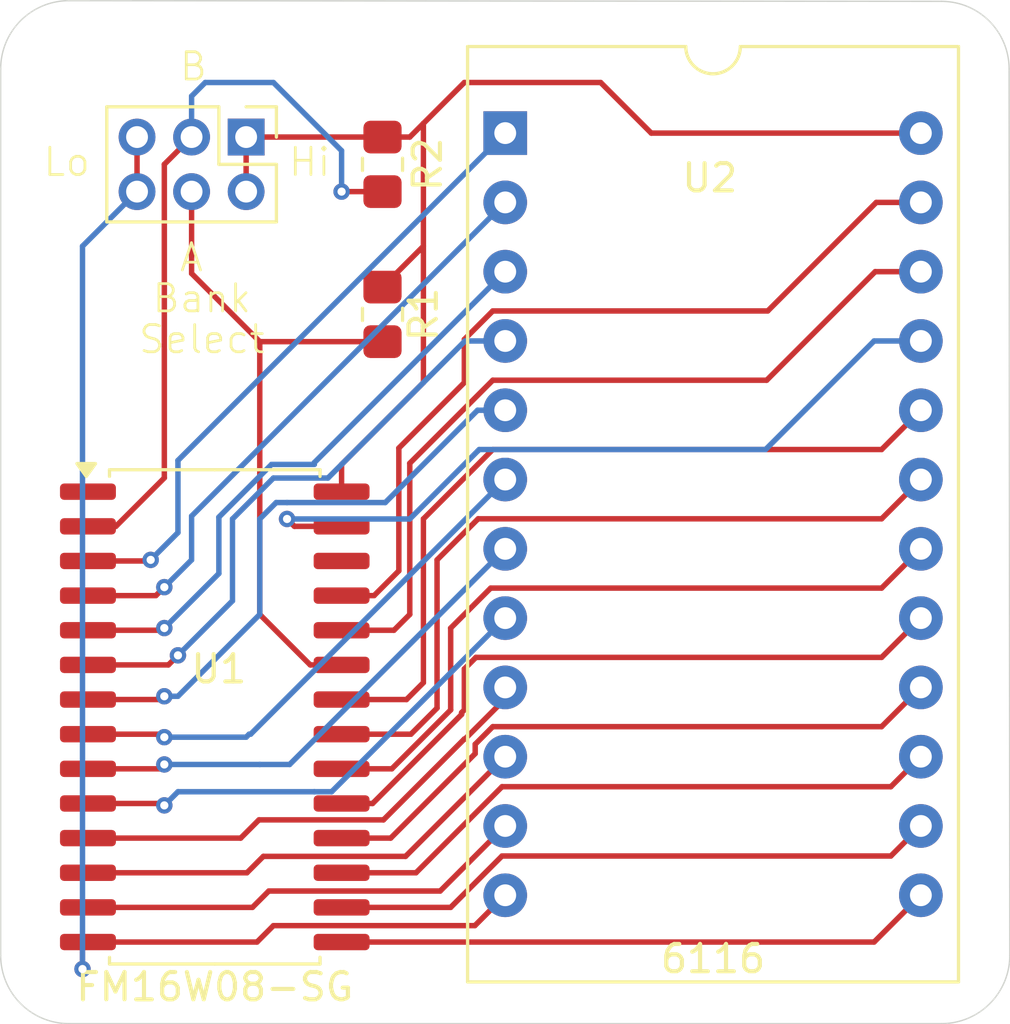
<source format=kicad_pcb>
(kicad_pcb (version 20241229) (generator "pcbnew") (generator_version "9.0")
  (layers (0 "F.Cu" signal) (2 "B.Cu" signal) (13 "F.Paste" user) (15 "B.Paste" user) (5 "F.SilkS" user "F.Silkscreen") (7 "B.SilkS" user "B.Silkscreen") (1 "F.Mask" user) (3 "B.Mask" user) (25 "Edge.Cuts" user))
  (net 0 "")
  (net 1 "Net-(U1-DQ7)")
  (net 2 "Net-(U1-A3)")
  (net 3 "Net-(U1-~{WE})")
  (net 4 "Net-(U1-DQ6)")
  (net 5 "VCC")
  (net 6 "Net-(U1-A7)")
  (net 7 "Net-(U1-A8)")
  (net 8 "Net-(U1-A9)")
  (net 9 "Net-(U1-DQ5)")
  (net 10 "Net-(U1-A6)")
  (net 11 "VSS")
  (net 12 "Net-(U1-A5)")
  (net 13 "Net-(U1-~{OE})")
  (net 14 "Net-(U1-DQ2)")
  (net 15 "Net-(U1-DQ0)")
  (net 16 "Net-(U1-A4)")
  (net 17 "Net-(U1-~{CE})")
  (net 18 "Net-(U1-A1)")
  (net 19 "Net-(U1-A10)")
  (net 20 "Net-(U1-DQ4)")
  (net 21 "Net-(U1-DQ1)")
  (net 22 "Net-(U1-A2)")
  (net 23 "Net-(U1-A0)")
  (net 24 "Net-(U1-DQ3)")
  (net 25 "Net-(J1-Pin_4)")
  (net 26 "Net-(J1-Pin_3)")
  (footprint "Resistor_SMD:R_0805_2012Metric_Pad1.20x1.40mm_HandSolder" (layer "F.Cu") (at 123.5 88 -90)
    (property "Reference" "R2" (at 0 -1.65 90) (layer "F.SilkS"))
    (property "Value" "100K")
    (fp_line (start -0.227064 0.735) (end 0.227064 0.735) (stroke (width 0.12)) (layer "F.SilkS"))
    (fp_line (start -0.227064 -0.735) (end 0.227064 -0.735) (stroke (width 0.12)) (layer "F.SilkS"))
    (pad "1" smd roundrect (at -1 0 270) (size 1.2 1.4) (layers "F.Cu" "F.Mask" "F.Paste") (roundrect_rratio 0.208333) (net 5 "VCC"))
    (pad "2" smd roundrect (at 1 0 270) (size 1.2 1.4) (layers "F.Cu" "F.Mask" "F.Paste") (roundrect_rratio 0.208333) (net 26 "Net-(J1-Pin_3)"))
  )
  (footprint "Resistor_SMD:R_0805_2012Metric_Pad1.20x1.40mm_HandSolder" (layer "F.Cu") (at 123.5 93.5 -90)
    (property "Reference" "R1" (at 0 -1.5 90) (layer "F.SilkS"))
    (property "Value" "100K")
    (fp_line (start -0.227064 0.735) (end 0.227064 0.735) (stroke (width 0.12)) (layer "F.SilkS"))
    (fp_line (start -0.227064 -0.735) (end 0.227064 -0.735) (stroke (width 0.12)) (layer "F.SilkS"))
    (pad "1" smd roundrect (at -1 0 270) (size 1.2 1.4) (layers "F.Cu" "F.Mask" "F.Paste") (roundrect_rratio 0.208333) (net 5 "VCC"))
    (pad "2" smd roundrect (at 1 0 270) (size 1.2 1.4) (layers "F.Cu" "F.Mask" "F.Paste") (roundrect_rratio 0.208333) (net 25 "Net-(J1-Pin_4)"))
  )
  (footprint "Package_DIP:DIP-24_18.0mmx34.29mm_W15.24mm" (layer "F.Cu") (at 128 86.855)
    (property "Reference" "U2" (at 7.5 1.645 0) (layer "F.SilkS"))
    (property "Value" "6116" (at 7.62 30.27 0) (layer "F.SilkS"))
    (fp_line (start -1.38 -3.175) (end -1.38 31.115) (stroke (width 0.12)) (layer "F.SilkS"))
    (fp_line (start -1.38 31.115) (end 16.62 31.115) (stroke (width 0.12)) (layer "F.SilkS"))
    (fp_line (start 6.62 -3.175) (end -1.38 -3.175) (stroke (width 0.12)) (layer "F.SilkS"))
    (fp_line (start 16.62 -3.175) (end 8.62 -3.175) (stroke (width 0.12)) (layer "F.SilkS"))
    (fp_line (start 16.62 31.115) (end 16.62 -3.175) (stroke (width 0.12)) (layer "F.SilkS"))
    (fp_arc (start 8.62 -3.175) (mid 7.62 -2.175) (end 6.62 -3.175) (stroke (width 0.12)) (layer "F.SilkS"))
    (pad "1" thru_hole rect (at 0 0) (size 1.6 1.6) (drill 0.8) (layers "*.Cu" "*.Mask") (net 6 "Net-(U1-A7)"))
    (pad "2" thru_hole oval (at 0 2.54) (size 1.6 1.6) (drill 0.8) (layers "*.Cu" "*.Mask") (net 10 "Net-(U1-A6)"))
    (pad "3" thru_hole oval (at 0 5.08) (size 1.6 1.6) (drill 0.8) (layers "*.Cu" "*.Mask") (net 12 "Net-(U1-A5)"))
    (pad "4" thru_hole oval (at 0 7.62) (size 1.6 1.6) (drill 0.8) (layers "*.Cu" "*.Mask") (net 16 "Net-(U1-A4)"))
    (pad "5" thru_hole oval (at 0 10.16) (size 1.6 1.6) (drill 0.8) (layers "*.Cu" "*.Mask") (net 2 "Net-(U1-A3)"))
    (pad "6" thru_hole oval (at 0 12.7) (size 1.6 1.6) (drill 0.8) (layers "*.Cu" "*.Mask") (net 22 "Net-(U1-A2)"))
    (pad "7" thru_hole oval (at 0 15.24) (size 1.6 1.6) (drill 0.8) (layers "*.Cu" "*.Mask") (net 18 "Net-(U1-A1)"))
    (pad "8" thru_hole oval (at 0 17.78) (size 1.6 1.6) (drill 0.8) (layers "*.Cu" "*.Mask") (net 23 "Net-(U1-A0)"))
    (pad "9" thru_hole oval (at 0 20.32) (size 1.6 1.6) (drill 0.8) (layers "*.Cu" "*.Mask") (net 15 "Net-(U1-DQ0)"))
    (pad "10" thru_hole oval (at 0 22.86) (size 1.6 1.6) (drill 0.8) (layers "*.Cu" "*.Mask") (net 21 "Net-(U1-DQ1)"))
    (pad "11" thru_hole oval (at 0 25.4) (size 1.6 1.6) (drill 0.8) (layers "*.Cu" "*.Mask") (net 14 "Net-(U1-DQ2)"))
    (pad "12" thru_hole oval (at 0 27.94) (size 1.6 1.6) (drill 0.8) (layers "*.Cu" "*.Mask") (net 11 "VSS"))
    (pad "13" thru_hole oval (at 15.24 27.94) (size 1.6 1.6) (drill 0.8) (layers "*.Cu" "*.Mask") (net 24 "Net-(U1-DQ3)"))
    (pad "14" thru_hole oval (at 15.24 25.4) (size 1.6 1.6) (drill 0.8) (layers "*.Cu" "*.Mask") (net 20 "Net-(U1-DQ4)"))
    (pad "15" thru_hole oval (at 15.24 22.86) (size 1.6 1.6) (drill 0.8) (layers "*.Cu" "*.Mask") (net 9 "Net-(U1-DQ5)"))
    (pad "16" thru_hole oval (at 15.24 20.32) (size 1.6 1.6) (drill 0.8) (layers "*.Cu" "*.Mask") (net 4 "Net-(U1-DQ6)"))
    (pad "17" thru_hole oval (at 15.24 17.78) (size 1.6 1.6) (drill 0.8) (layers "*.Cu" "*.Mask") (net 1 "Net-(U1-DQ7)"))
    (pad "18" thru_hole oval (at 15.24 15.24) (size 1.6 1.6) (drill 0.8) (layers "*.Cu" "*.Mask") (net 17 "Net-(U1-~{CE})"))
    (pad "19" thru_hole oval (at 15.24 12.7) (size 1.6 1.6) (drill 0.8) (layers "*.Cu" "*.Mask") (net 19 "Net-(U1-A10)"))
    (pad "20" thru_hole oval (at 15.24 10.16) (size 1.6 1.6) (drill 0.8) (layers "*.Cu" "*.Mask") (net 13 "Net-(U1-~{OE})"))
    (pad "21" thru_hole oval (at 15.24 7.62) (size 1.6 1.6) (drill 0.8) (layers "*.Cu" "*.Mask") (net 3 "Net-(U1-~{WE})"))
    (pad "22" thru_hole oval (at 15.24 5.08) (size 1.6 1.6) (drill 0.8) (layers "*.Cu" "*.Mask") (net 8 "Net-(U1-A9)"))
    (pad "23" thru_hole oval (at 15.24 2.54) (size 1.6 1.6) (drill 0.8) (layers "*.Cu" "*.Mask") (net 7 "Net-(U1-A8)"))
    (pad "24" thru_hole oval (at 15.24 0) (size 1.6 1.6) (drill 0.8) (layers "*.Cu" "*.Mask") (net 5 "VCC"))
  )
  (footprint "Connector_PinHeader_2.00mm:PinHeader_2x03_P2.00mm_Vertical" (layer "F.Cu") (at 118.5 87 -90)
    (property "Reference" "J1")
    (property "Value" "Conn_02x03_Odd_Even" (hide yes))
    (fp_line (start -1.11 5.11) (end 3.11 5.11) (stroke (width 0.12)) (layer "F.SilkS"))
    (fp_line (start -1.11 1) (end -1.11 5.11) (stroke (width 0.12)) (layer "F.SilkS"))
    (fp_line (start -1.11 1) (end 1 1) (stroke (width 0.12)) (layer "F.SilkS"))
    (fp_line (start 1 1) (end 1 -1.11) (stroke (width 0.12)) (layer "F.SilkS"))
    (fp_line (start -1.11 0) (end -1.11 -1.11) (stroke (width 0.12)) (layer "F.SilkS"))
    (fp_line (start -1.11 -1.11) (end 0 -1.11) (stroke (width 0.12)) (layer "F.SilkS"))
    (fp_line (start 1 -1.11) (end 3.11 -1.11) (stroke (width 0.12)) (layer "F.SilkS"))
    (fp_line (start 3.11 -1.11) (end 3.11 5.11) (stroke (width 0.12)) (layer "F.SilkS"))
    (pad "1" thru_hole rect (at 0 0 270) (size 1.35 1.35) (drill 0.8) (layers "*.Cu" "*.Mask") (net 5 "VCC"))
    (pad "2" thru_hole circle (at 2 0 270) (size 1.35 1.35) (drill 0.8) (layers "*.Cu" "*.Mask") (net 5 "VCC"))
    (pad "3" thru_hole circle (at 0 2 270) (size 1.35 1.35) (drill 0.8) (layers "*.Cu" "*.Mask") (net 26 "Net-(J1-Pin_3)"))
    (pad "4" thru_hole circle (at 2 2 270) (size 1.35 1.35) (drill 0.8) (layers "*.Cu" "*.Mask") (net 25 "Net-(J1-Pin_4)"))
    (pad "5" thru_hole circle (at 0 4 270) (size 1.35 1.35) (drill 0.8) (layers "*.Cu" "*.Mask") (net 11 "VSS"))
    (pad "6" thru_hole circle (at 2 4 270) (size 1.35 1.35) (drill 0.8) (layers "*.Cu" "*.Mask") (net 11 "VSS"))
  )
  (footprint "Package_SO:SOIC-28W_7.5x17.9mm_P1.27mm" (layer "F.Cu") (at 117.35 108.255)
    (property "Reference" "U1" (at 0.15 -1.755 0) (layer "F.SilkS"))
    (property "Value" "FM16W08-SG" (at 0 9.9 0) (layer "F.SilkS"))
    (fp_line (start -3.86 -9.06) (end -3.86 -8.815) (stroke (width 0.12)) (layer "F.SilkS"))
    (fp_line (start -3.86 9.06) (end -3.86 8.815) (stroke (width 0.12)) (layer "F.SilkS"))
    (fp_line (start 0 -9.06) (end -3.86 -9.06) (stroke (width 0.12)) (layer "F.SilkS"))
    (fp_line (start 0 -9.06) (end 3.86 -9.06) (stroke (width 0.12)) (layer "F.SilkS"))
    (fp_line (start 0 9.06) (end -3.86 9.06) (stroke (width 0.12)) (layer "F.SilkS"))
    (fp_line (start 0 9.06) (end 3.86 9.06) (stroke (width 0.12)) (layer "F.SilkS"))
    (fp_line (start 3.86 -9.06) (end 3.86 -8.815) (stroke (width 0.12)) (layer "F.SilkS"))
    (fp_line (start 3.86 9.06) (end 3.86 8.815) (stroke (width 0.12)) (layer "F.SilkS"))
    (fp_poly (pts (xy -4.7125 -8.815) (xy -5.0525 -9.285) (xy -4.3725 -9.285)) (stroke (width 0.12)) (fill yes) (layer "F.SilkS"))
    (pad "1" smd roundrect (at -4.65 -8.255) (size 2.05 0.6) (layers "F.Cu" "F.Mask" "F.Paste"))
    (pad "2" smd roundrect (at -4.65 -6.985) (size 2.05 0.6) (layers "F.Cu" "F.Mask" "F.Paste") (net 26 "Net-(J1-Pin_3)"))
    (pad "3" smd roundrect (at -4.65 -5.715) (size 2.05 0.6) (layers "F.Cu" "F.Mask" "F.Paste") (net 6 "Net-(U1-A7)"))
    (pad "4" smd roundrect (at -4.65 -4.445) (size 2.05 0.6) (layers "F.Cu" "F.Mask" "F.Paste") (net 10 "Net-(U1-A6)"))
    (pad "5" smd roundrect (at -4.65 -3.175) (size 2.05 0.6) (layers "F.Cu" "F.Mask" "F.Paste") (net 12 "Net-(U1-A5)"))
    (pad "6" smd roundrect (at -4.65 -1.905) (size 2.05 0.6) (layers "F.Cu" "F.Mask" "F.Paste") (net 16 "Net-(U1-A4)"))
    (pad "7" smd roundrect (at -4.65 -0.635) (size 2.05 0.6) (layers "F.Cu" "F.Mask" "F.Paste") (net 2 "Net-(U1-A3)"))
    (pad "8" smd roundrect (at -4.65 0.635) (size 2.05 0.6) (layers "F.Cu" "F.Mask" "F.Paste") (net 22 "Net-(U1-A2)"))
    (pad "9" smd roundrect (at -4.65 1.905) (size 2.05 0.6) (layers "F.Cu" "F.Mask" "F.Paste") (net 18 "Net-(U1-A1)"))
    (pad "10" smd roundrect (at -4.65 3.175) (size 2.05 0.6) (layers "F.Cu" "F.Mask" "F.Paste") (net 23 "Net-(U1-A0)"))
    (pad "11" smd roundrect (at -4.65 4.445) (size 2.05 0.6) (layers "F.Cu" "F.Mask" "F.Paste") (net 15 "Net-(U1-DQ0)"))
    (pad "12" smd roundrect (at -4.65 5.715) (size 2.05 0.6) (layers "F.Cu" "F.Mask" "F.Paste") (net 21 "Net-(U1-DQ1)"))
    (pad "13" smd roundrect (at -4.65 6.985) (size 2.05 0.6) (layers "F.Cu" "F.Mask" "F.Paste") (net 14 "Net-(U1-DQ2)"))
    (pad "14" smd roundrect (at -4.65 8.255) (size 2.05 0.6) (layers "F.Cu" "F.Mask" "F.Paste") (net 11 "VSS"))
    (pad "15" smd roundrect (at 4.65 8.255) (size 2.05 0.6) (layers "F.Cu" "F.Mask" "F.Paste") (net 24 "Net-(U1-DQ3)"))
    (pad "16" smd roundrect (at 4.65 6.985) (size 2.05 0.6) (layers "F.Cu" "F.Mask" "F.Paste") (net 20 "Net-(U1-DQ4)"))
    (pad "17" smd roundrect (at 4.65 5.715) (size 2.05 0.6) (layers "F.Cu" "F.Mask" "F.Paste") (net 9 "Net-(U1-DQ5)"))
    (pad "18" smd roundrect (at 4.65 4.445) (size 2.05 0.6) (layers "F.Cu" "F.Mask" "F.Paste") (net 4 "Net-(U1-DQ6)"))
    (pad "19" smd roundrect (at 4.65 3.175) (size 2.05 0.6) (layers "F.Cu" "F.Mask" "F.Paste") (net 1 "Net-(U1-DQ7)"))
    (pad "20" smd roundrect (at 4.65 1.905) (size 2.05 0.6) (layers "F.Cu" "F.Mask" "F.Paste") (net 17 "Net-(U1-~{CE})"))
    (pad "21" smd roundrect (at 4.65 0.635) (size 2.05 0.6) (layers "F.Cu" "F.Mask" "F.Paste") (net 19 "Net-(U1-A10)"))
    (pad "22" smd roundrect (at 4.65 -0.635) (size 2.05 0.6) (layers "F.Cu" "F.Mask" "F.Paste") (net 13 "Net-(U1-~{OE})"))
    (pad "23" smd roundrect (at 4.65 -1.905) (size 2.05 0.6) (layers "F.Cu" "F.Mask" "F.Paste") (net 25 "Net-(J1-Pin_4)"))
    (pad "24" smd roundrect (at 4.65 -3.175) (size 2.05 0.6) (layers "F.Cu" "F.Mask" "F.Paste") (net 8 "Net-(U1-A9)"))
    (pad "25" smd roundrect (at 4.65 -4.445) (size 2.05 0.6) (layers "F.Cu" "F.Mask" "F.Paste") (net 7 "Net-(U1-A8)"))
    (pad "26" smd roundrect (at 4.65 -5.715) (size 2.05 0.6) (layers "F.Cu" "F.Mask" "F.Paste"))
    (pad "27" smd roundrect (at 4.65 -6.985) (size 2.05 0.6) (layers "F.Cu" "F.Mask" "F.Paste") (net 3 "Net-(U1-~{WE})"))
    (pad "28" smd roundrect (at 4.65 -8.255) (size 2.05 0.6) (layers "F.Cu" "F.Mask" "F.Paste") (net 5 "VCC"))
  )
  (gr_line (start 112 82) (end 144 82.024999) (stroke (width 0.05)) (layer "Edge.Cuts"))
  (gr_arc (start 109.5 84.5) (mid 110.232233 82.732233) (end 112 82) (stroke (width 0.05)) (layer "Edge.Cuts"))
  (gr_line (start 109.5 84.5) (end 109.5 117) (stroke (width 0.05)) (layer "Edge.Cuts"))
  (gr_arc (start 144 82.024999) (mid 145.75009 82.74991) (end 146.475001 84.5) (stroke (width 0.05)) (layer "Edge.Cuts"))
  (gr_line (start 112 119.5) (end 144 119.5) (stroke (width 0.05)) (layer "Edge.Cuts"))
  (gr_arc (start 112 119.5) (mid 110.232233 118.767767) (end 109.5 117) (stroke (width 0.05)) (layer "Edge.Cuts"))
  (gr_line (start 146.5 117) (end 146.475001 84.5) (stroke (width 0.05)) (layer "Edge.Cuts"))
  (gr_arc (start 146.5 117) (mid 145.767767 118.767767) (end 144 119.5) (stroke (width 0.05)) (layer "Edge.Cuts"))
  (gr_text "Bank" (at 115 93.5 0) (layer "F.SilkS") (effects (font (size 1 1) (thickness 0.1)) (justify left bottom)))
  (gr_text "A" (at 116 92 0) (layer "F.SilkS") (effects (font (size 1 1) (thickness 0.1)) (justify left bottom)))
  (gr_text "Lo" (at 111 88.5 0) (layer "F.SilkS") (effects (font (size 1 1) (thickness 0.1)) (justify left bottom)))
  (gr_text "Select" (at 114.5 95 0) (layer "F.SilkS") (effects (font (size 1 1) (thickness 0.1)) (justify left bottom)))
  (gr_text "B" (at 116 85 0) (layer "F.SilkS") (effects (font (size 1 1) (thickness 0.1)) (justify left bottom)))
  (gr_text "Hi" (at 120 88.5 0) (layer "F.SilkS") (effects (font (size 1 1) (thickness 0.1)) (justify left bottom)))
  (segment (start 123.1371 111.43) (end 126.401 108.1661) (width 0.2) (layer "F.Cu") (net 1))
  (segment (start 126.401 108.1661) (end 126.401 108.099) (width 0.2) (layer "F.Cu") (net 1))
  (segment (start 122 111.43) (end 123.1371 111.43) (width 0.2) (layer "F.Cu") (net 1))
  (segment (start 141.801 106.074) (end 143.24 104.635) (width 0.2) (layer "F.Cu") (net 1))
  (segment (start 126.5 108) (end 126.5 106.5) (width 0.2) (layer "F.Cu") (net 1))
  (segment (start 126.5 106.5) (end 126.926 106.074) (width 0.2) (layer "F.Cu") (net 1))
  (segment (start 126.926 106.074) (end 141.801 106.074) (width 0.2) (layer "F.Cu") (net 1))
  (segment (start 126.401 108.099) (end 126.5 108) (width 0.2) (layer "F.Cu") (net 1))
  (segment (start 115.5 107.5) (end 115.38 107.62) (width 0.2) (layer "F.Cu") (net 2))
  (segment (start 115.38 107.62) (end 112.7 107.62) (width 0.2) (layer "F.Cu") (net 2))
  (via (at 115.5 107.5) (size 0.6) (drill 0.3) (layers "F.Cu" "B.Cu") (net 2))
  (segment (start 120 100.399) (end 119.601 100.399) (width 0.2) (layer "B.Cu") (net 2))
  (segment (start 119.601 100.399) (end 119 101) (width 0.2) (layer "B.Cu") (net 2))
  (segment (start 119 101) (end 119 104.5) (width 0.2) (layer "B.Cu") (net 2))
  (segment (start 119 104.5) (end 116 107.5) (width 0.2) (layer "B.Cu") (net 2))
  (segment (start 124 100) (end 123.601 100.399) (width 0.2) (layer "B.Cu") (net 2))
  (segment (start 123.601 100.399) (end 120 100.399) (width 0.2) (layer "B.Cu") (net 2))
  (segment (start 116 107.5) (end 115.5 107.5) (width 0.2) (layer "B.Cu") (net 2))
  (segment (start 128 97.015) (end 126.985 97.015) (width 0.2) (layer "B.Cu") (net 2))
  (segment (start 126.985 97.015) (end 124 100) (width 0.2) (layer "B.Cu") (net 2))
  (segment (start 120 101) (end 120.27 101.27) (width 0.2) (layer "F.Cu") (net 3))
  (segment (start 120.27 101.27) (end 122 101.27) (width 0.2) (layer "F.Cu") (net 3))
  (via (at 120 101) (size 0.6) (drill 0.3) (layers "F.Cu" "B.Cu") (net 3))
  (segment (start 139 97) (end 137.546 98.454) (width 0.2) (layer "B.Cu") (net 3))
  (segment (start 141.525 94.475) (end 139 97) (width 0.2) (layer "B.Cu") (net 3))
  (segment (start 143.24 94.475) (end 141.525 94.475) (width 0.2) (layer "B.Cu") (net 3))
  (segment (start 127.046 98.454) (end 127 98.5) (width 0.2) (layer "B.Cu") (net 3))
  (segment (start 124.5 101) (end 120 101) (width 0.2) (layer "B.Cu") (net 3))
  (segment (start 127 98.5) (end 124.5 101) (width 0.2) (layer "B.Cu") (net 3))
  (segment (start 137.546 98.454) (end 127.046 98.454) (width 0.2) (layer "B.Cu") (net 3))
  (segment (start 122 112.7) (end 123.8 112.7) (width 0.2) (layer "F.Cu") (net 4))
  (segment (start 123.8 112.7) (end 126.899 109.601) (width 0.2) (layer "F.Cu") (net 4))
  (segment (start 126.899 109.25895) (end 127.54395 108.614) (width 0.2) (layer "F.Cu") (net 4))
  (segment (start 127.54395 108.614) (end 141.801 108.614) (width 0.2) (layer "F.Cu") (net 4))
  (segment (start 141.801 108.614) (end 143.24 107.175) (width 0.2) (layer "F.Cu") (net 4))
  (segment (start 126.899 109.601) (end 126.899 109.25895) (width 0.2) (layer "F.Cu") (net 4))
  (segment (start 131.5 85) (end 126.5 85) (width 0.2) (layer "F.Cu") (net 5))
  (segment (start 118.5 89) (end 118.5 87) (width 0.2) (layer "F.Cu") (net 5))
  (segment (start 125 91) (end 125 86.5) (width 0.2) (layer "F.Cu") (net 5))
  (segment (start 125 96) (end 125 91) (width 0.2) (layer "F.Cu") (net 5))
  (segment (start 124.5 87) (end 123.5 87) (width 0.2) (layer "F.Cu") (net 5))
  (segment (start 123.5 92.5) (end 125 91) (width 0.2) (layer "F.Cu") (net 5))
  (segment (start 122 100) (end 122 99) (width 0.2) (layer "F.Cu") (net 5))
  (segment (start 118.5 87) (end 123.5 87) (width 0.2) (layer "F.Cu") (net 5))
  (segment (start 126.5 85) (end 125 86.5) (width 0.2) (layer "F.Cu") (net 5))
  (segment (start 143.24 86.855) (end 133.355 86.855) (width 0.2) (layer "F.Cu") (net 5))
  (segment (start 125 86.5) (end 124.5 87) (width 0.2) (layer "F.Cu") (net 5))
  (segment (start 133.355 86.855) (end 131.5 85) (width 0.2) (layer "F.Cu") (net 5))
  (segment (start 122 99) (end 125 96) (width 0.2) (layer "F.Cu") (net 5))
  (segment (start 115 102.5) (end 114.96 102.54) (width 0.2) (layer "F.Cu") (net 6))
  (segment (start 114.96 102.54) (end 112.7 102.54) (width 0.2) (layer "F.Cu") (net 6))
  (via (at 115 102.5) (size 0.6) (drill 0.3) (layers "F.Cu" "B.Cu") (net 6))
  (segment (start 116 101.5) (end 115 102.5) (width 0.2) (layer "B.Cu") (net 6))
  (segment (start 116 98.855) (end 116 101.5) (width 0.2) (layer "B.Cu") (net 6))
  (segment (start 128 86.855) (end 116 98.855) (width 0.2) (layer "B.Cu") (net 6))
  (segment (start 124.099 98.401) (end 126.5 96) (width 0.2) (layer "F.Cu") (net 7))
  (segment (start 122 103.81) (end 123.19 103.81) (width 0.2) (layer "F.Cu") (net 7))
  (segment (start 124.099 102.901) (end 124.099 98.401) (width 0.2) (layer "F.Cu") (net 7))
  (segment (start 141.605 89.395) (end 143.24 89.395) (width 0.2) (layer "F.Cu") (net 7))
  (segment (start 126.5 96) (end 126.5 94.41795) (width 0.2) (layer "F.Cu") (net 7))
  (segment (start 127.54395 93.374) (end 137.626 93.374) (width 0.2) (layer "F.Cu") (net 7))
  (segment (start 137.626 93.374) (end 141.605 89.395) (width 0.2) (layer "F.Cu") (net 7))
  (segment (start 126.5 94.41795) (end 127.54395 93.374) (width 0.2) (layer "F.Cu") (net 7))
  (segment (start 123.19 103.81) (end 124.099 102.901) (width 0.2) (layer "F.Cu") (net 7))
  (segment (start 124.5 104.5) (end 124.5 98.95795) (width 0.2) (layer "F.Cu") (net 8))
  (segment (start 124.5 98.95795) (end 127.54395 95.914) (width 0.2) (layer "F.Cu") (net 8))
  (segment (start 137.586 95.914) (end 141.565 91.935) (width 0.2) (layer "F.Cu") (net 8))
  (segment (start 122 105.08) (end 123.92 105.08) (width 0.2) (layer "F.Cu") (net 8))
  (segment (start 123.92 105.08) (end 124.5 104.5) (width 0.2) (layer "F.Cu") (net 8))
  (segment (start 127.54395 95.914) (end 137.586 95.914) (width 0.2) (layer "F.Cu") (net 8))
  (segment (start 141.565 91.935) (end 143.24 91.935) (width 0.2) (layer "F.Cu") (net 8))
  (segment (start 142.139 110.816) (end 143.24 109.715) (width 0.2) (layer "F.Cu") (net 9))
  (segment (start 124.72795 113.97) (end 127.88195 110.816) (width 0.2) (layer "F.Cu") (net 9))
  (segment (start 122 113.97) (end 124.72795 113.97) (width 0.2) (layer "F.Cu") (net 9))
  (segment (start 127.88195 110.816) (end 142.139 110.816) (width 0.2) (layer "F.Cu") (net 9))
  (segment (start 115.5 103.5) (end 115.19 103.81) (width 0.2) (layer "F.Cu") (net 10))
  (segment (start 115.19 103.81) (end 112.7 103.81) (width 0.2) (layer "F.Cu") (net 10))
  (via (at 115.5 103.5) (size 0.6) (drill 0.3) (layers "F.Cu" "B.Cu") (net 10))
  (segment (start 128 89.395) (end 116.5 100.895) (width 0.2) (layer "B.Cu") (net 10))
  (segment (start 116.5 102.5) (end 115.5 103.5) (width 0.2) (layer "B.Cu") (net 10))
  (segment (start 116.5 100.895) (end 116.5 102.5) (width 0.2) (layer "B.Cu") (net 10))
  (segment (start 114.5 87) (end 114.5 89) (width 0.2) (layer "F.Cu") (net 11))
  (segment (start 112.5 116.71) (end 112.7 116.51) (width 0.2) (layer "F.Cu") (net 11))
  (segment (start 118.899 116.51) (end 119.5 115.909) (width 0.2) (layer "F.Cu") (net 11))
  (segment (start 126.886 115.909) (end 128 114.795) (width 0.2) (layer "F.Cu") (net 11))
  (segment (start 119.5 115.909) (end 126.886 115.909) (width 0.2) (layer "F.Cu") (net 11))
  (segment (start 112.7 116.51) (end 118.899 116.51) (width 0.2) (layer "F.Cu") (net 11))
  (segment (start 112.5 117.5) (end 112.5 116.71) (width 0.2) (layer "F.Cu") (net 11))
  (via (at 112.5 117.5) (size 0.6) (drill 0.3) (layers "F.Cu" "B.Cu") (net 11))
  (segment (start 114.5 89) (end 112.5 91) (width 0.2) (layer "B.Cu") (net 11))
  (segment (start 112.5 91) (end 112.5 117.5) (width 0.2) (layer "B.Cu") (net 11))
  (segment (start 115.42 105.08) (end 112.7 105.08) (width 0.2) (layer "F.Cu") (net 12))
  (segment (start 115.5 105) (end 115.42 105.08) (width 0.2) (layer "F.Cu") (net 12))
  (via (at 115.5 105) (size 0.6) (drill 0.3) (layers "F.Cu" "B.Cu") (net 12))
  (segment (start 121 99) (end 119.4329 99) (width 0.2) (layer "B.Cu") (net 12))
  (segment (start 121 98.935) (end 121 99) (width 0.2) (layer "B.Cu") (net 12))
  (segment (start 119.4329 99) (end 117.5 100.9329) (width 0.2) (layer "B.Cu") (net 12))
  (segment (start 117.5 100.9329) (end 117.5 103) (width 0.2) (layer "B.Cu") (net 12))
  (segment (start 128 91.935) (end 121 98.935) (width 0.2) (layer "B.Cu") (net 12))
  (segment (start 117.5 103) (end 115.5 105) (width 0.2) (layer "B.Cu") (net 12))
  (segment (start 124.38 107.62) (end 125 107) (width 0.2) (layer "F.Cu") (net 13))
  (segment (start 125 100.99795) (end 127.54395 98.454) (width 0.2) (layer "F.Cu") (net 13))
  (segment (start 122 107.62) (end 124.38 107.62) (width 0.2) (layer "F.Cu") (net 13))
  (segment (start 141.801 98.454) (end 143.24 97.015) (width 0.2) (layer "F.Cu") (net 13))
  (segment (start 127.54395 98.454) (end 141.801 98.454) (width 0.2) (layer "F.Cu") (net 13))
  (segment (start 125 107) (end 125 100.99795) (width 0.2) (layer "F.Cu") (net 13))
  (segment (start 119.331 114.639) (end 125.616 114.639) (width 0.2) (layer "F.Cu") (net 14))
  (segment (start 118.73 115.24) (end 119.331 114.639) (width 0.2) (layer "F.Cu") (net 14))
  (segment (start 125.616 114.639) (end 128 112.255) (width 0.2) (layer "F.Cu") (net 14))
  (segment (start 112.7 115.24) (end 118.73 115.24) (width 0.2) (layer "F.Cu") (net 14))
  (segment (start 118.3 112.7) (end 118.969 112.031) (width 0.2) (layer "F.Cu") (net 15))
  (segment (start 126.5 109.0671) (end 126.52375 109.0671) (width 0.2) (layer "F.Cu") (net 15))
  (segment (start 128 107.59085) (end 128 107.175) (width 0.2) (layer "F.Cu") (net 15))
  (segment (start 123.5361 112.031) (end 126.5 109.0671) (width 0.2) (layer "F.Cu") (net 15))
  (segment (start 126.52375 109.0671) (end 128 107.59085) (width 0.2) (layer "F.Cu") (net 15))
  (segment (start 118.969 112.031) (end 123.5361 112.031) (width 0.2) (layer "F.Cu") (net 15))
  (segment (start 112.7 112.7) (end 118.3 112.7) (width 0.2) (layer "F.Cu") (net 15))
  (segment (start 112.7 106.35) (end 115.65 106.35) (width 0.2) (layer "F.Cu") (net 16))
  (segment (start 115.65 106.35) (end 116 106) (width 0.2) (layer "F.Cu") (net 16))
  (via (at 116 106) (size 0.6) (drill 0.3) (layers "F.Cu" "B.Cu") (net 16))
  (segment (start 116 106) (end 118 104) (width 0.2) (layer "B.Cu") (net 16))
  (segment (start 119.5 99.5) (end 121.5 99.5) (width 0.2) (layer "B.Cu") (net 16))
  (segment (start 118 101) (end 119.5 99.5) (width 0.2) (layer "B.Cu") (net 16))
  (segment (start 121.5 99.5) (end 126.525 94.475) (width 0.2) (layer "B.Cu") (net 16))
  (segment (start 118 104) (end 118 101) (width 0.2) (layer "B.Cu") (net 16))
  (segment (start 126.525 94.475) (end 128 94.475) (width 0.2) (layer "B.Cu") (net 16))
  (segment (start 141.801 103.534) (end 143.24 102.095) (width 0.2) (layer "F.Cu") (net 17))
  (segment (start 122 110.16) (end 123.84 110.16) (width 0.2) (layer "F.Cu") (net 17))
  (segment (start 123.84 110.16) (end 126 108) (width 0.2) (layer "F.Cu") (net 17))
  (segment (start 126 108) (end 126 105) (width 0.2) (layer "F.Cu") (net 17))
  (segment (start 127.466 103.534) (end 141.801 103.534) (width 0.2) (layer "F.Cu") (net 17))
  (segment (start 126 105) (end 127.466 103.534) (width 0.2) (layer "F.Cu") (net 17))
  (segment (start 115.5 110) (end 115.34 110.16) (width 0.2) (layer "F.Cu") (net 18))
  (segment (start 115.34 110.16) (end 112.7 110.16) (width 0.2) (layer "F.Cu") (net 18))
  (via (at 115.5 110) (size 0.6) (drill 0.3) (layers "F.Cu" "B.Cu") (net 18))
  (segment (start 128 102.095) (end 120.095 110) (width 0.2) (layer "B.Cu") (net 18))
  (segment (start 120.095 110) (end 119 110) (width 0.2) (layer "B.Cu") (net 18))
  (segment (start 119 110) (end 115.5 110) (width 0.2) (layer "B.Cu") (net 18))
  (segment (start 125.5 102.5) (end 127.006 100.994) (width 0.2) (layer "F.Cu") (net 19))
  (segment (start 127.006 100.994) (end 141.801 100.994) (width 0.2) (layer "F.Cu") (net 19))
  (segment (start 124.5429 108.89) (end 125.5 107.9329) (width 0.2) (layer "F.Cu") (net 19))
  (segment (start 122 108.89) (end 124.5429 108.89) (width 0.2) (layer "F.Cu") (net 19))
  (segment (start 141.801 100.994) (end 143.24 99.555) (width 0.2) (layer "F.Cu") (net 19))
  (segment (start 125.5 107.9329) (end 125.5 102.5) (width 0.2) (layer "F.Cu") (net 19))
  (segment (start 125.99795 115.24) (end 127.88195 113.356) (width 0.2) (layer "F.Cu") (net 20))
  (segment (start 142.139 113.356) (end 143.24 112.255) (width 0.2) (layer "F.Cu") (net 20))
  (segment (start 122 115.24) (end 125.99795 115.24) (width 0.2) (layer "F.Cu") (net 20))
  (segment (start 127.88195 113.356) (end 142.139 113.356) (width 0.2) (layer "F.Cu") (net 20))
  (segment (start 118.53 113.97) (end 119.131 113.369) (width 0.2) (layer "F.Cu") (net 21))
  (segment (start 124.346 113.369) (end 128 109.715) (width 0.2) (layer "F.Cu") (net 21))
  (segment (start 119.131 113.369) (end 124.346 113.369) (width 0.2) (layer "F.Cu") (net 21))
  (segment (start 112.7 113.97) (end 118.53 113.97) (width 0.2) (layer "F.Cu") (net 21))
  (segment (start 115.39 108.89) (end 112.7 108.89) (width 0.2) (layer "F.Cu") (net 22))
  (segment (start 115.5 109) (end 115.39 108.89) (width 0.2) (layer "F.Cu") (net 22))
  (via (at 115.5 109) (size 0.6) (drill 0.3) (layers "F.Cu" "B.Cu") (net 22))
  (segment (start 118.61 108.89) (end 118.5 109) (width 0.2) (layer "B.Cu") (net 22))
  (segment (start 118.665 108.89) (end 118.61 108.89) (width 0.2) (layer "B.Cu") (net 22))
  (segment (start 128 99.555) (end 118.665 108.89) (width 0.2) (layer "B.Cu") (net 22))
  (segment (start 118.5 109) (end 115.5 109) (width 0.2) (layer "B.Cu") (net 22))
  (segment (start 115.43 111.43) (end 112.7 111.43) (width 0.2) (layer "F.Cu") (net 23))
  (segment (start 115.5 111.5) (end 115.43 111.43) (width 0.2) (layer "F.Cu") (net 23))
  (via (at 115.5 111.5) (size 0.6) (drill 0.3) (layers "F.Cu" "B.Cu") (net 23))
  (segment (start 121.635 111) (end 121 111) (width 0.2) (layer "B.Cu") (net 23))
  (segment (start 121 111) (end 116 111) (width 0.2) (layer "B.Cu") (net 23))
  (segment (start 116 111) (end 115.5 111.5) (width 0.2) (layer "B.Cu") (net 23))
  (segment (start 128 104.635) (end 121.635 111) (width 0.2) (layer "B.Cu") (net 23))
  (segment (start 141.525 116.51) (end 143.24 114.795) (width 0.2) (layer "F.Cu") (net 24))
  (segment (start 122 116.51) (end 141.525 116.51) (width 0.2) (layer "F.Cu") (net 24))
  (segment (start 119 94.5) (end 116.5 92) (width 0.2) (layer "F.Cu") (net 25))
  (segment (start 116.5 92) (end 116.5 89) (width 0.2) (layer "F.Cu") (net 25))
  (segment (start 119 104.5) (end 119 94.5) (width 0.2) (layer "F.Cu") (net 25))
  (segment (start 123.5 94.5) (end 119 94.5) (width 0.2) (layer "F.Cu") (net 25))
  (segment (start 122 106.35) (end 120.85 106.35) (width 0.2) (layer "F.Cu") (net 25))
  (segment (start 120.85 106.35) (end 119 104.5) (width 0.2) (layer "F.Cu") (net 25))
  (segment (start 115.5 88) (end 116.5 87) (width 0.2) (layer "F.Cu") (net 26))
  (segment (start 113.724999 101.27) (end 115.5 99.494999) (width 0.2) (layer "F.Cu") (net 26))
  (segment (start 123.5 89) (end 122 89) (width 0.2) (layer "F.Cu") (net 26))
  (segment (start 115.5 99.494999) (end 115.5 88) (width 0.2) (layer "F.Cu") (net 26))
  (segment (start 112.7 101.27) (end 113.724999 101.27) (width 0.2) (layer "F.Cu") (net 26))
  (via (at 122 89) (size 0.6) (drill 0.3) (layers "F.Cu" "B.Cu") (net 26))
  (segment (start 122 87.5) (end 119.5 85) (width 0.2) (layer "B.Cu") (net 26))
  (segment (start 117 85) (end 116.5 85.5) (width 0.2) (layer "B.Cu") (net 26))
  (segment (start 116.5 85.5) (end 116.5 87) (width 0.2) (layer "B.Cu") (net 26))
  (segment (start 119.5 85) (end 117 85) (width 0.2) (layer "B.Cu") (net 26))
  (segment (start 122 89) (end 122 87.5) (width 0.2) (layer "B.Cu") (net 26))
)
</source>
